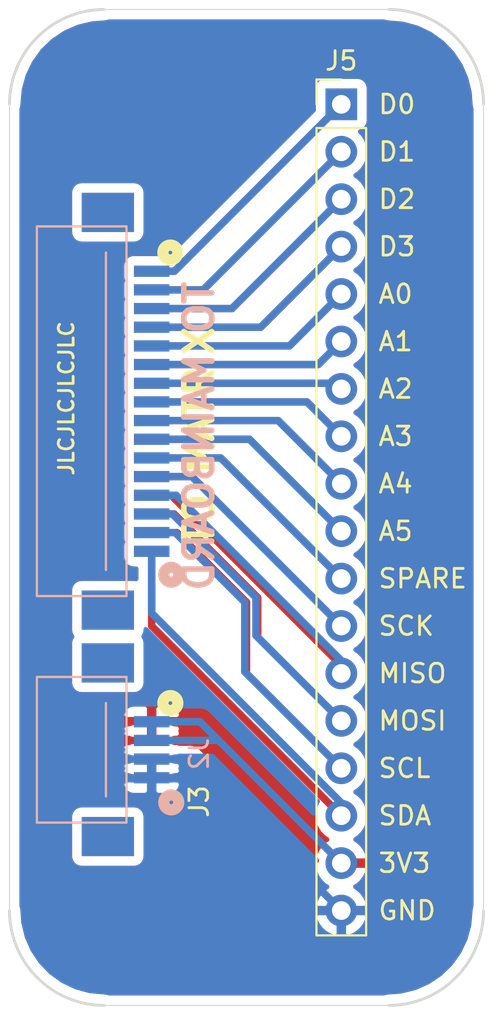
<source format=kicad_pcb>
(kicad_pcb (version 20171130) (host pcbnew "(5.1.6)-1")

  (general
    (thickness 1.6)
    (drawings 29)
    (tracks 92)
    (zones 0)
    (modules 3)
    (nets 19)
  )

  (page A4)
  (layers
    (0 F.Cu signal)
    (31 B.Cu signal)
    (32 B.Adhes user)
    (33 F.Adhes user)
    (34 B.Paste user)
    (35 F.Paste user)
    (36 B.SilkS user)
    (37 F.SilkS user)
    (38 B.Mask user)
    (39 F.Mask user)
    (40 Dwgs.User user)
    (41 Cmts.User user)
    (42 Eco1.User user)
    (43 Eco2.User user)
    (44 Edge.Cuts user)
    (45 Margin user)
    (46 B.CrtYd user)
    (47 F.CrtYd user)
    (48 B.Fab user)
    (49 F.Fab user)
  )

  (setup
    (last_trace_width 0.4)
    (user_trace_width 0.4)
    (trace_clearance 0.2)
    (zone_clearance 0.508)
    (zone_45_only no)
    (trace_min 0.2)
    (via_size 0.8)
    (via_drill 0.4)
    (via_min_size 0.4)
    (via_min_drill 0.3)
    (uvia_size 0.3)
    (uvia_drill 0.1)
    (uvias_allowed no)
    (uvia_min_size 0.2)
    (uvia_min_drill 0.1)
    (edge_width 0.05)
    (segment_width 0.2)
    (pcb_text_width 0.3)
    (pcb_text_size 1.5 1.5)
    (mod_edge_width 0.12)
    (mod_text_size 1 1)
    (mod_text_width 0.15)
    (pad_size 1.524 1.524)
    (pad_drill 0.762)
    (pad_to_mask_clearance 0.05)
    (aux_axis_origin 0 0)
    (grid_origin 74.168 109.728)
    (visible_elements 7FFFFFFF)
    (pcbplotparams
      (layerselection 0x010fc_ffffffff)
      (usegerberextensions false)
      (usegerberattributes true)
      (usegerberadvancedattributes true)
      (creategerberjobfile true)
      (excludeedgelayer true)
      (linewidth 0.100000)
      (plotframeref false)
      (viasonmask false)
      (mode 1)
      (useauxorigin false)
      (hpglpennumber 1)
      (hpglpenspeed 20)
      (hpglpendiameter 15.000000)
      (psnegative false)
      (psa4output false)
      (plotreference true)
      (plotvalue true)
      (plotinvisibletext false)
      (padsonsilk false)
      (subtractmaskfromsilk false)
      (outputformat 1)
      (mirror false)
      (drillshape 0)
      (scaleselection 1)
      (outputdirectory "export_breakout/"))
  )

  (net 0 "")
  (net 1 GND)
  (net 2 SCK)
  (net 3 MISO)
  (net 4 MOSI)
  (net 5 SCL)
  (net 6 SDA)
  (net 7 SPARE)
  (net 8 A5)
  (net 9 D1)
  (net 10 A1)
  (net 11 A0)
  (net 12 A2)
  (net 13 D3)
  (net 14 D0)
  (net 15 D2)
  (net 16 A3)
  (net 17 A4)
  (net 18 +3V3)

  (net_class Default "This is the default net class."
    (clearance 0.2)
    (trace_width 0.25)
    (via_dia 0.8)
    (via_drill 0.4)
    (uvia_dia 0.3)
    (uvia_drill 0.1)
    (add_net +3V3)
    (add_net A0)
    (add_net A1)
    (add_net A2)
    (add_net A3)
    (add_net A4)
    (add_net A5)
    (add_net D0)
    (add_net D1)
    (add_net D2)
    (add_net D3)
    (add_net GND)
    (add_net MISO)
    (add_net MOSI)
    (add_net SCK)
    (add_net SCL)
    (add_net SDA)
    (add_net SPARE)
  )

  (module Gigahawk:QUARTET_RECV_MATRIX (layer B.Cu) (tedit 5FF784B2) (tstamp 604291CD)
    (at 68.58 117.348 90)
    (path /5FF77C9D/5FF8174A)
    (fp_text reference J2 (at 1.27 2.54 90) (layer B.SilkS)
      (effects (font (size 1 1) (thickness 0.15)) (justify mirror))
    )
    (fp_text value QUARTET_RECV (at 7.62 5.08 90) (layer B.Fab)
      (effects (font (size 1 1) (thickness 0.15)) (justify mirror))
    )
    (fp_line (start -2.4 -6.15) (end -2.4 -1.35) (layer B.SilkS) (width 0.12))
    (fp_line (start 5.4 -1.35) (end 5.4 -6.15) (layer B.SilkS) (width 0.12))
    (fp_line (start 5.4 -6.15) (end -2.4 -6.15) (layer B.SilkS) (width 0.12))
    (fp_line (start 4 -2.45) (end -1 -2.45) (layer B.SilkS) (width 0.12))
    (fp_line (start 5.4 -1.35) (end -2.4 -1.35) (layer B.SilkS) (width 0.12))
    (fp_circle (center -1.318 1.048) (end -1.418 1.048) (layer B.SilkS) (width 0.6))
    (fp_line (start 9.73 -6.15) (end 9.73 -1.35) (layer B.SilkS) (width 0.12))
    (fp_line (start 28.13 -2.45) (end 11.13 -2.45) (layer B.SilkS) (width 0.12))
    (fp_line (start 29.53 -1.35) (end 9.73 -1.35) (layer B.SilkS) (width 0.12))
    (fp_line (start 29.53 -6.15) (end 9.73 -6.15) (layer B.SilkS) (width 0.12))
    (fp_circle (center 10.874 1.048) (end 10.774 1.048) (layer B.SilkS) (width 0.6))
    (fp_line (start 29.53 -1.35) (end 29.53 -6.15) (layer B.SilkS) (width 0.12))
    (pad 15 smd rect (at 13.13 0 270) (size 0.6 1.9) (layers B.Cu B.Paste B.Mask)
      (net 5 SCL))
    (pad 11 smd rect (at 17.13 0 270) (size 0.6 1.9) (layers B.Cu B.Paste B.Mask)
      (net 7 SPARE))
    (pad 10 smd rect (at 18.13 0 270) (size 0.6 1.9) (layers B.Cu B.Paste B.Mask)
      (net 8 A5))
    (pad 2 smd rect (at 26.13 0 270) (size 0.6 1.9) (layers B.Cu B.Paste B.Mask)
      (net 9 D1))
    (pad 14 smd rect (at 14.13 0 270) (size 0.6 1.9) (layers B.Cu B.Paste B.Mask)
      (net 4 MOSI))
    (pad 13 smd rect (at 15.13 0 270) (size 0.6 1.9) (layers B.Cu B.Paste B.Mask)
      (net 3 MISO))
    (pad MT1 smd rect (at 30.28 -2.35 270) (size 2.1 2.8) (layers B.Cu B.Paste B.Mask))
    (pad 6 smd rect (at 22.13 0 270) (size 0.6 1.9) (layers B.Cu B.Paste B.Mask)
      (net 10 A1))
    (pad MT2 smd rect (at 8.98 -2.35 270) (size 2.1 2.8) (layers B.Cu B.Paste B.Mask))
    (pad 5 smd rect (at 23.13 0 270) (size 0.6 1.9) (layers B.Cu B.Paste B.Mask)
      (net 11 A0))
    (pad 7 smd rect (at 21.13 0 270) (size 0.6 1.9) (layers B.Cu B.Paste B.Mask)
      (net 12 A2))
    (pad 4 smd rect (at 24.13 0 270) (size 0.6 1.9) (layers B.Cu B.Paste B.Mask)
      (net 13 D3))
    (pad 1 smd rect (at 27.13 0 270) (size 0.6 1.9) (layers B.Cu B.Paste B.Mask)
      (net 14 D0))
    (pad 16 smd rect (at 12.13 0 270) (size 0.6 1.9) (layers B.Cu B.Paste B.Mask)
      (net 6 SDA))
    (pad 12 smd rect (at 16.13 0 270) (size 0.6 1.9) (layers B.Cu B.Paste B.Mask)
      (net 2 SCK))
    (pad 3 smd rect (at 25.13 0 270) (size 0.6 1.9) (layers B.Cu B.Paste B.Mask)
      (net 15 D2))
    (pad 8 smd rect (at 20.13 0 270) (size 0.6 1.9) (layers B.Cu B.Paste B.Mask)
      (net 16 A3))
    (pad 9 smd rect (at 19.13 0 270) (size 0.6 1.9) (layers B.Cu B.Paste B.Mask)
      (net 17 A4))
    (pad 19 smd rect (at 1 0 270) (size 0.6 1.9) (layers B.Cu B.Paste B.Mask)
      (net 1 GND))
    (pad MT4 smd rect (at -3.15 -2.35 270) (size 2.1 2.8) (layers B.Cu B.Paste B.Mask))
    (pad 18 smd rect (at 2 0 270) (size 0.6 1.9) (layers B.Cu B.Paste B.Mask)
      (net 18 +3V3))
    (pad 20 smd rect (at 0 0 270) (size 0.6 1.9) (layers B.Cu B.Paste B.Mask)
      (net 1 GND))
    (pad MT3 smd rect (at 6.15 -2.35 270) (size 2.1 2.8) (layers B.Cu B.Paste B.Mask))
    (pad 17 smd rect (at 3 0 270) (size 0.6 1.9) (layers B.Cu B.Paste B.Mask)
      (net 18 +3V3))
    (model ${KIPRJMOD}/Gigahawk.pretty/Gigahawk.3dshapes/F519-1A7A1-11016-E200.STEP
      (offset (xyz 26.63 -6.124 0))
      (scale (xyz 1 1 1))
      (rotate (xyz 180 0 0))
    )
    (model ${KIPRJMOD}/Gigahawk.pretty/Gigahawk.3dshapes/F519-1A7A1-11004-E200.STEP
      (offset (xyz 14.5 -6.124 0))
      (scale (xyz 1 1 1))
      (rotate (xyz 180 0 0))
    )
  )

  (module Gigahawk:QUARTET_RECV_MAIN (layer F.Cu) (tedit 604205BE) (tstamp 5FF7FEB1)
    (at 68.58 117.348 270)
    (path /5FF77C4F/5FF794DA)
    (fp_text reference J3 (at 1.27 -2.54 90) (layer F.SilkS)
      (effects (font (size 1 1) (thickness 0.15)))
    )
    (fp_text value QUARTET_RECV (at 7.62 -5.08 90) (layer F.Fab)
      (effects (font (size 1 1) (thickness 0.15)))
    )
    (fp_line (start -29.53 1.35) (end -29.53 6.15) (layer F.SilkS) (width 0.12))
    (fp_circle (center -28.13 -1) (end -28.03 -1) (layer F.SilkS) (width 0.6))
    (fp_line (start -29.53 6.15) (end -9.73 6.15) (layer F.SilkS) (width 0.12))
    (fp_line (start -29.53 1.35) (end -9.73 1.35) (layer F.SilkS) (width 0.12))
    (fp_line (start -28.13 2.45) (end -11.13 2.45) (layer F.SilkS) (width 0.12))
    (fp_line (start -9.73 6.15) (end -9.73 1.35) (layer F.SilkS) (width 0.12))
    (fp_circle (center -4 -1) (end -3.9 -1) (layer F.SilkS) (width 0.6))
    (fp_line (start -5.4 1.35) (end 2.4 1.35) (layer F.SilkS) (width 0.12))
    (fp_line (start -4 2.45) (end 1 2.45) (layer F.SilkS) (width 0.12))
    (fp_line (start -5.4 6.15) (end 2.4 6.15) (layer F.SilkS) (width 0.12))
    (fp_line (start -5.4 1.35) (end -5.4 6.15) (layer F.SilkS) (width 0.12))
    (fp_line (start 2.4 6.15) (end 2.4 1.35) (layer F.SilkS) (width 0.12))
    (pad 17 smd rect (at -3 0 270) (size 0.6 1.9) (layers F.Cu F.Paste F.Mask)
      (net 18 +3V3))
    (pad MT3 smd rect (at -6.15 2.35 270) (size 2.1 2.8) (layers F.Cu F.Paste F.Mask))
    (pad 20 smd rect (at 0 0 270) (size 0.6 1.9) (layers F.Cu F.Paste F.Mask)
      (net 1 GND))
    (pad 18 smd rect (at -2 0 270) (size 0.6 1.9) (layers F.Cu F.Paste F.Mask)
      (net 18 +3V3))
    (pad MT4 smd rect (at 3.15 2.35 270) (size 2.1 2.8) (layers F.Cu F.Paste F.Mask))
    (pad 19 smd rect (at -1 0 270) (size 0.6 1.9) (layers F.Cu F.Paste F.Mask)
      (net 1 GND))
    (pad 9 smd rect (at -19.13 0 270) (size 0.6 1.9) (layers F.Cu F.Paste F.Mask)
      (net 17 A4))
    (pad 8 smd rect (at -20.13 0 270) (size 0.6 1.9) (layers F.Cu F.Paste F.Mask)
      (net 16 A3))
    (pad 3 smd rect (at -25.13 0 270) (size 0.6 1.9) (layers F.Cu F.Paste F.Mask)
      (net 15 D2))
    (pad 12 smd rect (at -16.13 0 270) (size 0.6 1.9) (layers F.Cu F.Paste F.Mask)
      (net 2 SCK))
    (pad 16 smd rect (at -12.13 0 270) (size 0.6 1.9) (layers F.Cu F.Paste F.Mask)
      (net 6 SDA))
    (pad 1 smd rect (at -27.13 0 270) (size 0.6 1.9) (layers F.Cu F.Paste F.Mask)
      (net 14 D0))
    (pad 4 smd rect (at -24.13 0 270) (size 0.6 1.9) (layers F.Cu F.Paste F.Mask)
      (net 13 D3))
    (pad 7 smd rect (at -21.13 0 270) (size 0.6 1.9) (layers F.Cu F.Paste F.Mask)
      (net 12 A2))
    (pad 5 smd rect (at -23.13 0 270) (size 0.6 1.9) (layers F.Cu F.Paste F.Mask)
      (net 11 A0))
    (pad MT2 smd rect (at -8.98 2.35 270) (size 2.1 2.8) (layers F.Cu F.Paste F.Mask))
    (pad 6 smd rect (at -22.13 0 270) (size 0.6 1.9) (layers F.Cu F.Paste F.Mask)
      (net 10 A1))
    (pad MT1 smd rect (at -30.28 2.35 270) (size 2.1 2.8) (layers F.Cu F.Paste F.Mask))
    (pad 13 smd rect (at -15.13 0 270) (size 0.6 1.9) (layers F.Cu F.Paste F.Mask)
      (net 3 MISO))
    (pad 14 smd rect (at -14.13 0 270) (size 0.6 1.9) (layers F.Cu F.Paste F.Mask)
      (net 4 MOSI))
    (pad 2 smd rect (at -26.13 0 270) (size 0.6 1.9) (layers F.Cu F.Paste F.Mask)
      (net 9 D1))
    (pad 10 smd rect (at -18.13 0 270) (size 0.6 1.9) (layers F.Cu F.Paste F.Mask)
      (net 8 A5))
    (pad 11 smd rect (at -17.13 0 270) (size 0.6 1.9) (layers F.Cu F.Paste F.Mask)
      (net 7 SPARE))
    (pad 15 smd rect (at -13.13 0 270) (size 0.6 1.9) (layers F.Cu F.Paste F.Mask)
      (net 5 SCL))
    (model ${KIPRJMOD}/Gigahawk.pretty/Gigahawk.3dshapes/F519-1A7A1-11016-E200.STEP
      (offset (xyz -12.63 -6.124 0))
      (scale (xyz 1 1 1))
      (rotate (xyz 180 0 0))
    )
    (model ${KIPRJMOD}/Gigahawk.pretty/Gigahawk.3dshapes/F519-1A7A1-11004-E200.STEP
      (offset (xyz 11.5 -6.124 0))
      (scale (xyz 1 1 1))
      (rotate (xyz 180 0 0))
    )
  )

  (module Connector_PinHeader_2.54mm:PinHeader_1x18_P2.54mm_Vertical (layer F.Cu) (tedit 59FED5CC) (tstamp 5FF7FC3F)
    (at 78.74 81.28)
    (descr "Through hole straight pin header, 1x18, 2.54mm pitch, single row")
    (tags "Through hole pin header THT 1x18 2.54mm single row")
    (path /5FF79B4E)
    (fp_text reference J5 (at 0 -2.33) (layer F.SilkS)
      (effects (font (size 1 1) (thickness 0.15)))
    )
    (fp_text value Conn_01x18 (at 0 45.51) (layer F.Fab)
      (effects (font (size 1 1) (thickness 0.15)))
    )
    (fp_line (start 1.8 -1.8) (end -1.8 -1.8) (layer F.CrtYd) (width 0.05))
    (fp_line (start 1.8 44.95) (end 1.8 -1.8) (layer F.CrtYd) (width 0.05))
    (fp_line (start -1.8 44.95) (end 1.8 44.95) (layer F.CrtYd) (width 0.05))
    (fp_line (start -1.8 -1.8) (end -1.8 44.95) (layer F.CrtYd) (width 0.05))
    (fp_line (start -1.33 -1.33) (end 0 -1.33) (layer F.SilkS) (width 0.12))
    (fp_line (start -1.33 0) (end -1.33 -1.33) (layer F.SilkS) (width 0.12))
    (fp_line (start -1.33 1.27) (end 1.33 1.27) (layer F.SilkS) (width 0.12))
    (fp_line (start 1.33 1.27) (end 1.33 44.51) (layer F.SilkS) (width 0.12))
    (fp_line (start -1.33 1.27) (end -1.33 44.51) (layer F.SilkS) (width 0.12))
    (fp_line (start -1.33 44.51) (end 1.33 44.51) (layer F.SilkS) (width 0.12))
    (fp_line (start -1.27 -0.635) (end -0.635 -1.27) (layer F.Fab) (width 0.1))
    (fp_line (start -1.27 44.45) (end -1.27 -0.635) (layer F.Fab) (width 0.1))
    (fp_line (start 1.27 44.45) (end -1.27 44.45) (layer F.Fab) (width 0.1))
    (fp_line (start 1.27 -1.27) (end 1.27 44.45) (layer F.Fab) (width 0.1))
    (fp_line (start -0.635 -1.27) (end 1.27 -1.27) (layer F.Fab) (width 0.1))
    (fp_text user %R (at 0 21.59 90) (layer F.Fab)
      (effects (font (size 1 1) (thickness 0.15)))
    )
    (pad 18 thru_hole oval (at 0 43.18) (size 1.7 1.7) (drill 1) (layers *.Cu *.Mask)
      (net 1 GND))
    (pad 17 thru_hole oval (at 0 40.64) (size 1.7 1.7) (drill 1) (layers *.Cu *.Mask)
      (net 18 +3V3))
    (pad 16 thru_hole oval (at 0 38.1) (size 1.7 1.7) (drill 1) (layers *.Cu *.Mask)
      (net 6 SDA))
    (pad 15 thru_hole oval (at 0 35.56) (size 1.7 1.7) (drill 1) (layers *.Cu *.Mask)
      (net 5 SCL))
    (pad 14 thru_hole oval (at 0 33.02) (size 1.7 1.7) (drill 1) (layers *.Cu *.Mask)
      (net 4 MOSI))
    (pad 13 thru_hole oval (at 0 30.48) (size 1.7 1.7) (drill 1) (layers *.Cu *.Mask)
      (net 3 MISO))
    (pad 12 thru_hole oval (at 0 27.94) (size 1.7 1.7) (drill 1) (layers *.Cu *.Mask)
      (net 2 SCK))
    (pad 11 thru_hole oval (at 0 25.4) (size 1.7 1.7) (drill 1) (layers *.Cu *.Mask)
      (net 7 SPARE))
    (pad 10 thru_hole oval (at 0 22.86) (size 1.7 1.7) (drill 1) (layers *.Cu *.Mask)
      (net 8 A5))
    (pad 9 thru_hole oval (at 0 20.32) (size 1.7 1.7) (drill 1) (layers *.Cu *.Mask)
      (net 17 A4))
    (pad 8 thru_hole oval (at 0 17.78) (size 1.7 1.7) (drill 1) (layers *.Cu *.Mask)
      (net 16 A3))
    (pad 7 thru_hole oval (at 0 15.24) (size 1.7 1.7) (drill 1) (layers *.Cu *.Mask)
      (net 12 A2))
    (pad 6 thru_hole oval (at 0 12.7) (size 1.7 1.7) (drill 1) (layers *.Cu *.Mask)
      (net 10 A1))
    (pad 5 thru_hole oval (at 0 10.16) (size 1.7 1.7) (drill 1) (layers *.Cu *.Mask)
      (net 11 A0))
    (pad 4 thru_hole oval (at 0 7.62) (size 1.7 1.7) (drill 1) (layers *.Cu *.Mask)
      (net 13 D3))
    (pad 3 thru_hole oval (at 0 5.08) (size 1.7 1.7) (drill 1) (layers *.Cu *.Mask)
      (net 15 D2))
    (pad 2 thru_hole oval (at 0 2.54) (size 1.7 1.7) (drill 1) (layers *.Cu *.Mask)
      (net 9 D1))
    (pad 1 thru_hole rect (at 0 0) (size 1.7 1.7) (drill 1) (layers *.Cu *.Mask)
      (net 14 D0))
    (model ${KISYS3DMOD}/Connector_PinHeader_2.54mm.3dshapes/PinHeader_1x18_P2.54mm_Vertical.wrl
      (at (xyz 0 0 0))
      (scale (xyz 1 1 1))
      (rotate (xyz 0 0 0))
    )
  )

  (gr_text JLCJLCJLCJLC (at 64.008 97.028 90) (layer F.SilkS)
    (effects (font (size 0.8 0.8) (thickness 0.15)))
  )
  (gr_line (start 60.96 81.28) (end 60.96 124.46) (layer Edge.Cuts) (width 0.05) (tstamp 5FF801B9))
  (gr_line (start 81.28 76.2) (end 66.04 76.2) (layer Edge.Cuts) (width 0.05) (tstamp 5FF80195))
  (gr_line (start 86.36 124.46) (end 86.36 81.28) (layer Edge.Cuts) (width 0.05) (tstamp 5FF80194))
  (gr_line (start 66.04 129.54) (end 81.28 129.54) (layer Edge.Cuts) (width 0.05) (tstamp 5FF80193))
  (gr_arc (start 66.04 81.28) (end 66.04 76.2) (angle -90) (layer Edge.Cuts) (width 0.15))
  (gr_arc (start 66.04 124.46) (end 60.96 124.46) (angle -90) (layer Edge.Cuts) (width 0.15))
  (gr_arc (start 81.28 124.46) (end 81.28 129.54) (angle -90) (layer Edge.Cuts) (width 0.15))
  (gr_arc (start 81.28 81.28) (end 86.36 81.28) (angle -90) (layer Edge.Cuts) (width 0.15))
  (gr_text "TO MAINBOARD" (at 71.12 99.06 90) (layer B.SilkS) (tstamp 5FF80135)
    (effects (font (size 1.5 1.5) (thickness 0.3)) (justify mirror))
  )
  (gr_text "TO MATRIX" (at 71.12 99.06 90) (layer F.SilkS)
    (effects (font (size 1.5 1.5) (thickness 0.3)))
  )
  (gr_text 3V3 (at 80.645 121.92) (layer F.SilkS) (tstamp 5FF78198)
    (effects (font (size 1 1) (thickness 0.15)) (justify left))
  )
  (gr_text GND (at 80.645 124.46) (layer F.SilkS) (tstamp 5FF78191)
    (effects (font (size 1 1) (thickness 0.15)) (justify left))
  )
  (gr_text D0 (at 80.645 81.28) (layer F.SilkS) (tstamp 5FF7818E)
    (effects (font (size 1 1) (thickness 0.15)) (justify left))
  )
  (gr_text D1 (at 80.645 83.82) (layer F.SilkS) (tstamp 5FF7818B)
    (effects (font (size 1 1) (thickness 0.15)) (justify left))
  )
  (gr_text D2 (at 80.645 86.36) (layer F.SilkS) (tstamp 5FF78188)
    (effects (font (size 1 1) (thickness 0.15)) (justify left))
  )
  (gr_text D3 (at 80.645 88.9) (layer F.SilkS) (tstamp 5FF78184)
    (effects (font (size 1 1) (thickness 0.15)) (justify left))
  )
  (gr_text A0 (at 80.645 91.44) (layer F.SilkS) (tstamp 5FF78181)
    (effects (font (size 1 1) (thickness 0.15)) (justify left))
  )
  (gr_text A1 (at 80.645 93.98) (layer F.SilkS) (tstamp 5FF7817E)
    (effects (font (size 1 1) (thickness 0.15)) (justify left))
  )
  (gr_text A2 (at 80.645 96.52) (layer F.SilkS) (tstamp 5FF7817B)
    (effects (font (size 1 1) (thickness 0.15)) (justify left))
  )
  (gr_text A3 (at 80.645 99.06) (layer F.SilkS) (tstamp 5FF78178)
    (effects (font (size 1 1) (thickness 0.15)) (justify left))
  )
  (gr_text A4 (at 80.645 101.6) (layer F.SilkS) (tstamp 5FF78175)
    (effects (font (size 1 1) (thickness 0.15)) (justify left))
  )
  (gr_text A5 (at 80.645 104.14) (layer F.SilkS) (tstamp 5FF78172)
    (effects (font (size 1 1) (thickness 0.15)) (justify left))
  )
  (gr_text SPARE (at 80.645 106.68) (layer F.SilkS) (tstamp 5FF7816F)
    (effects (font (size 1 1) (thickness 0.15)) (justify left))
  )
  (gr_text SCK (at 80.645 109.22) (layer F.SilkS) (tstamp 5FF7816C)
    (effects (font (size 1 1) (thickness 0.15)) (justify left))
  )
  (gr_text MISO (at 80.645 111.76) (layer F.SilkS) (tstamp 5FF78165)
    (effects (font (size 1 1) (thickness 0.15)) (justify left))
  )
  (gr_text MOSI (at 80.645 114.3) (layer F.SilkS) (tstamp 5FF78162)
    (effects (font (size 1 1) (thickness 0.15)) (justify left))
  )
  (gr_text SCL (at 80.645 116.84) (layer F.SilkS) (tstamp 5FF7815F)
    (effects (font (size 1 1) (thickness 0.15)) (justify left))
  )
  (gr_text SDA (at 80.645 119.38) (layer F.SilkS)
    (effects (font (size 1 1) (thickness 0.15)) (justify left))
  )

  (segment (start 68.58 116.348) (end 68.58 117.348) (width 0.4) (layer F.Cu) (net 1))
  (segment (start 71.628 117.348) (end 78.74 124.46) (width 0.4) (layer F.Cu) (net 1))
  (segment (start 68.58 117.348) (end 71.628 117.348) (width 0.4) (layer F.Cu) (net 1))
  (segment (start 78.74 124.46) (end 71.628 117.348) (width 0.4) (layer B.Cu) (net 1))
  (segment (start 71.628 117.348) (end 68.58 117.348) (width 0.4) (layer B.Cu) (net 1))
  (segment (start 68.58 117.348) (end 68.58 116.348) (width 0.4) (layer B.Cu) (net 1))
  (segment (start 70.628 116.348) (end 71.628 117.348) (width 0.4) (layer F.Cu) (net 1))
  (segment (start 68.58 116.348) (end 70.628 116.348) (width 0.4) (layer F.Cu) (net 1))
  (segment (start 70.738 101.218) (end 78.74 109.22) (width 0.4) (layer F.Cu) (net 2))
  (segment (start 68.58 101.218) (end 70.738 101.218) (width 0.4) (layer F.Cu) (net 2))
  (segment (start 70.738 101.218) (end 68.58 101.218) (width 0.4) (layer B.Cu) (net 2))
  (segment (start 78.74 109.22) (end 70.738 101.218) (width 0.4) (layer B.Cu) (net 2))
  (segment (start 78.74 111.76) (end 78.74 111.407998) (width 0.4) (layer F.Cu) (net 3))
  (segment (start 69.627084 102.218) (end 68.58 102.218) (width 0.4) (layer F.Cu) (net 3))
  (segment (start 78.74 111.330916) (end 69.627084 102.218) (width 0.4) (layer F.Cu) (net 3))
  (segment (start 78.74 111.76) (end 78.74 111.330916) (width 0.4) (layer F.Cu) (net 3))
  (segment (start 78.74 111.070002) (end 78.74 111.76) (width 0.4) (layer B.Cu) (net 3))
  (segment (start 69.887998 102.218) (end 78.74 111.070002) (width 0.4) (layer B.Cu) (net 3))
  (segment (start 68.58 102.218) (end 69.887998 102.218) (width 0.4) (layer B.Cu) (net 3))
  (segment (start 74.26001 107.699468) (end 69.778542 103.218) (width 0.4) (layer F.Cu) (net 4))
  (segment (start 69.778542 103.218) (end 68.58 103.218) (width 0.4) (layer F.Cu) (net 4))
  (segment (start 74.260009 109.820009) (end 74.26001 107.699468) (width 0.4) (layer F.Cu) (net 4))
  (segment (start 78.74 114.3) (end 74.260009 109.820009) (width 0.4) (layer F.Cu) (net 4))
  (segment (start 78.74 114.3) (end 74.168 109.728) (width 0.4) (layer B.Cu) (net 4))
  (segment (start 74.168 107.696) (end 69.69 103.218) (width 0.4) (layer B.Cu) (net 4))
  (segment (start 69.69 103.218) (end 68.58 103.218) (width 0.4) (layer B.Cu) (net 4))
  (segment (start 74.168 109.728) (end 74.168 107.696) (width 0.4) (layer B.Cu) (net 4))
  (segment (start 69.93 104.218) (end 73.66 107.948) (width 0.4) (layer F.Cu) (net 5))
  (segment (start 68.58 104.218) (end 69.93 104.218) (width 0.4) (layer F.Cu) (net 5))
  (segment (start 73.66 111.76) (end 78.74 116.84) (width 0.4) (layer F.Cu) (net 5))
  (segment (start 73.66 107.948) (end 73.66 111.76) (width 0.4) (layer F.Cu) (net 5))
  (segment (start 78.74 116.84) (end 73.56799 111.66799) (width 0.4) (layer B.Cu) (net 5))
  (segment (start 73.56799 111.66799) (end 73.56799 107.944532) (width 0.4) (layer B.Cu) (net 5))
  (segment (start 69.841458 104.218) (end 68.58 104.218) (width 0.4) (layer B.Cu) (net 5))
  (segment (start 73.56799 107.944532) (end 69.841458 104.218) (width 0.4) (layer B.Cu) (net 5))
  (segment (start 68.58 109.22) (end 68.58 105.218) (width 0.4) (layer F.Cu) (net 6))
  (segment (start 78.74 119.38) (end 68.58 109.22) (width 0.4) (layer F.Cu) (net 6))
  (segment (start 78.74 118.690002) (end 78.74 119.38) (width 0.4) (layer B.Cu) (net 6))
  (segment (start 68.58 108.530002) (end 78.74 118.690002) (width 0.4) (layer B.Cu) (net 6))
  (segment (start 68.58 105.218) (end 68.58 108.530002) (width 0.4) (layer B.Cu) (net 6))
  (segment (start 72.278 100.218) (end 68.58 100.218) (width 0.4) (layer F.Cu) (net 7))
  (segment (start 78.74 106.68) (end 72.278 100.218) (width 0.4) (layer F.Cu) (net 7))
  (segment (start 72.278 100.218) (end 68.58 100.218) (width 0.4) (layer B.Cu) (net 7))
  (segment (start 78.74 106.68) (end 72.278 100.218) (width 0.4) (layer B.Cu) (net 7))
  (segment (start 73.818 99.218) (end 68.58 99.218) (width 0.4) (layer F.Cu) (net 8))
  (segment (start 78.74 104.14) (end 73.818 99.218) (width 0.4) (layer F.Cu) (net 8))
  (segment (start 73.818 99.218) (end 68.58 99.218) (width 0.4) (layer B.Cu) (net 8))
  (segment (start 78.74 104.14) (end 73.818 99.218) (width 0.4) (layer B.Cu) (net 8))
  (segment (start 71.342 91.218) (end 68.58 91.218) (width 0.4) (layer F.Cu) (net 9))
  (segment (start 78.74 83.82) (end 71.342 91.218) (width 0.4) (layer F.Cu) (net 9))
  (segment (start 71.342 91.218) (end 68.58 91.218) (width 0.4) (layer B.Cu) (net 9))
  (segment (start 78.74 83.82) (end 71.342 91.218) (width 0.4) (layer B.Cu) (net 9))
  (segment (start 77.502 95.218) (end 68.58 95.218) (width 0.4) (layer F.Cu) (net 10))
  (segment (start 78.74 93.98) (end 77.502 95.218) (width 0.4) (layer F.Cu) (net 10))
  (segment (start 77.502 95.218) (end 68.58 95.218) (width 0.4) (layer B.Cu) (net 10))
  (segment (start 78.74 93.98) (end 77.502 95.218) (width 0.4) (layer B.Cu) (net 10))
  (segment (start 75.962 94.218) (end 68.58 94.218) (width 0.4) (layer F.Cu) (net 11))
  (segment (start 78.74 91.44) (end 75.962 94.218) (width 0.4) (layer F.Cu) (net 11))
  (segment (start 75.962 94.218) (end 68.58 94.218) (width 0.4) (layer B.Cu) (net 11))
  (segment (start 78.74 91.44) (end 75.962 94.218) (width 0.4) (layer B.Cu) (net 11))
  (segment (start 78.438 96.218) (end 68.58 96.218) (width 0.4) (layer F.Cu) (net 12))
  (segment (start 78.74 96.52) (end 78.438 96.218) (width 0.4) (layer F.Cu) (net 12))
  (segment (start 78.438 96.218) (end 68.58 96.218) (width 0.4) (layer B.Cu) (net 12))
  (segment (start 78.74 96.52) (end 78.438 96.218) (width 0.4) (layer B.Cu) (net 12))
  (segment (start 74.422 93.218) (end 68.58 93.218) (width 0.4) (layer F.Cu) (net 13))
  (segment (start 78.74 88.9) (end 74.422 93.218) (width 0.4) (layer F.Cu) (net 13))
  (segment (start 74.422 93.218) (end 68.58 93.218) (width 0.4) (layer B.Cu) (net 13))
  (segment (start 78.74 88.9) (end 74.422 93.218) (width 0.4) (layer B.Cu) (net 13))
  (segment (start 69.802 90.218) (end 78.74 81.28) (width 0.4) (layer F.Cu) (net 14))
  (segment (start 68.58 90.218) (end 69.802 90.218) (width 0.4) (layer F.Cu) (net 14))
  (segment (start 69.802 90.218) (end 78.74 81.28) (width 0.4) (layer B.Cu) (net 14))
  (segment (start 68.58 90.218) (end 69.802 90.218) (width 0.4) (layer B.Cu) (net 14))
  (segment (start 72.882 92.218) (end 68.58 92.218) (width 0.4) (layer F.Cu) (net 15))
  (segment (start 78.74 86.36) (end 72.882 92.218) (width 0.4) (layer F.Cu) (net 15))
  (segment (start 72.882 92.218) (end 68.58 92.218) (width 0.4) (layer B.Cu) (net 15))
  (segment (start 78.74 86.36) (end 72.882 92.218) (width 0.4) (layer B.Cu) (net 15))
  (segment (start 76.898 97.218) (end 68.58 97.218) (width 0.4) (layer F.Cu) (net 16))
  (segment (start 78.74 99.06) (end 76.898 97.218) (width 0.4) (layer F.Cu) (net 16))
  (segment (start 76.898 97.218) (end 68.58 97.218) (width 0.4) (layer B.Cu) (net 16))
  (segment (start 78.74 99.06) (end 76.898 97.218) (width 0.4) (layer B.Cu) (net 16))
  (segment (start 75.358 98.218) (end 68.58 98.218) (width 0.4) (layer F.Cu) (net 17))
  (segment (start 78.74 101.6) (end 75.358 98.218) (width 0.4) (layer F.Cu) (net 17))
  (segment (start 75.358 98.218) (end 68.58 98.218) (width 0.4) (layer B.Cu) (net 17))
  (segment (start 78.74 101.6) (end 75.358 98.218) (width 0.4) (layer B.Cu) (net 17))
  (segment (start 72.168 115.348) (end 68.58 115.348) (width 0.4) (layer F.Cu) (net 18))
  (segment (start 78.74 121.92) (end 72.168 115.348) (width 0.4) (layer F.Cu) (net 18))
  (segment (start 78.74 121.92) (end 72.136 115.316) (width 0.4) (layer B.Cu) (net 18))
  (segment (start 72.104 115.348) (end 68.58 115.348) (width 0.4) (layer B.Cu) (net 18))
  (segment (start 72.136 115.316) (end 72.104 115.348) (width 0.4) (layer B.Cu) (net 18))
  (segment (start 68.58 114.348) (end 68.58 115.348) (width 0.4) (layer B.Cu) (net 18))
  (segment (start 71.168 114.348) (end 72.136 115.316) (width 0.4) (layer B.Cu) (net 18))
  (segment (start 68.58 114.348) (end 71.168 114.348) (width 0.4) (layer B.Cu) (net 18))

  (zone (net 18) (net_name +3V3) (layer F.Cu) (tstamp 606576BC) (hatch edge 0.508)
    (connect_pads (clearance 0.508))
    (min_thickness 0.254)
    (fill yes (arc_segments 32) (thermal_gap 0.508) (thermal_bridge_width 0.508))
    (polygon
      (pts
        (xy 86.868 130.048) (xy 60.452 130.048) (xy 60.452 75.692) (xy 86.868 75.692)
      )
    )
    (filled_polygon
      (pts
        (xy 81.136022 76.895249) (xy 81.216885 76.907189) (xy 82.053358 76.981842) (xy 82.802277 77.186723) (xy 83.503072 77.520986)
        (xy 84.133605 77.974069) (xy 84.673934 78.531645) (xy 85.106989 79.176099) (xy 85.419073 79.887044) (xy 85.60164 80.647493)
        (xy 85.651907 81.331999) (xy 85.672306 81.45657) (xy 85.700001 81.534777) (xy 85.7 124.199272) (xy 85.664751 124.316021)
        (xy 85.652811 124.396885) (xy 85.578158 125.233359) (xy 85.373277 125.982277) (xy 85.039013 126.683075) (xy 84.585931 127.313605)
        (xy 84.028354 127.853935) (xy 83.383901 128.286989) (xy 82.672956 128.599073) (xy 81.912506 128.78164) (xy 81.228 128.831907)
        (xy 81.10343 128.852306) (xy 81.025225 128.88) (xy 66.300728 128.88) (xy 66.183979 128.844751) (xy 66.103115 128.832811)
        (xy 65.266641 128.758158) (xy 64.517723 128.553277) (xy 63.816925 128.219013) (xy 63.186395 127.765931) (xy 62.646065 127.208354)
        (xy 62.213011 126.563901) (xy 61.900927 125.852956) (xy 61.71836 125.092506) (xy 61.668093 124.408) (xy 61.647694 124.28343)
        (xy 61.62 124.205225) (xy 61.62 119.448) (xy 64.191928 119.448) (xy 64.191928 121.548) (xy 64.204188 121.672482)
        (xy 64.240498 121.79218) (xy 64.299463 121.902494) (xy 64.378815 121.999185) (xy 64.475506 122.078537) (xy 64.58582 122.137502)
        (xy 64.705518 122.173812) (xy 64.83 122.186072) (xy 67.63 122.186072) (xy 67.754482 122.173812) (xy 67.87418 122.137502)
        (xy 67.984494 122.078537) (xy 68.081185 121.999185) (xy 68.160537 121.902494) (xy 68.219502 121.79218) (xy 68.255812 121.672482)
        (xy 68.268072 121.548) (xy 68.268072 119.448) (xy 68.255812 119.323518) (xy 68.219502 119.20382) (xy 68.160537 119.093506)
        (xy 68.081185 118.996815) (xy 67.984494 118.917463) (xy 67.87418 118.858498) (xy 67.754482 118.822188) (xy 67.63 118.809928)
        (xy 64.83 118.809928) (xy 64.705518 118.822188) (xy 64.58582 118.858498) (xy 64.475506 118.917463) (xy 64.378815 118.996815)
        (xy 64.299463 119.093506) (xy 64.240498 119.20382) (xy 64.204188 119.323518) (xy 64.191928 119.448) (xy 61.62 119.448)
        (xy 61.62 114.648) (xy 66.991928 114.648) (xy 67.004188 114.772482) (xy 67.027096 114.848) (xy 67.004188 114.923518)
        (xy 66.991928 115.048) (xy 66.995 115.06225) (xy 67.15375 115.221) (xy 67.354947 115.221) (xy 67.38582 115.237502)
        (xy 67.505518 115.273812) (xy 67.63 115.286072) (xy 68.29425 115.283) (xy 68.35625 115.221) (xy 68.453 115.221)
        (xy 68.453 114.475) (xy 68.707 114.475) (xy 68.707 115.221) (xy 68.80375 115.221) (xy 68.86575 115.283)
        (xy 69.53 115.286072) (xy 69.654482 115.273812) (xy 69.77418 115.237502) (xy 69.805053 115.221) (xy 70.00625 115.221)
        (xy 70.165 115.06225) (xy 70.168072 115.048) (xy 70.155812 114.923518) (xy 70.132904 114.848) (xy 70.155812 114.772482)
        (xy 70.168072 114.648) (xy 70.165 114.63375) (xy 70.00625 114.475) (xy 69.805053 114.475) (xy 69.77418 114.458498)
        (xy 69.654482 114.422188) (xy 69.53 114.409928) (xy 68.86575 114.413) (xy 68.80375 114.475) (xy 68.707 114.475)
        (xy 68.453 114.475) (xy 68.35625 114.475) (xy 68.29425 114.413) (xy 67.63 114.409928) (xy 67.505518 114.422188)
        (xy 67.38582 114.458498) (xy 67.354947 114.475) (xy 67.15375 114.475) (xy 66.995 114.63375) (xy 66.991928 114.648)
        (xy 61.62 114.648) (xy 61.62 114.048) (xy 66.991928 114.048) (xy 66.995 114.06225) (xy 67.15375 114.221)
        (xy 68.453 114.221) (xy 68.453 113.57175) (xy 68.707 113.57175) (xy 68.707 114.221) (xy 70.00625 114.221)
        (xy 70.165 114.06225) (xy 70.168072 114.048) (xy 70.155812 113.923518) (xy 70.119502 113.80382) (xy 70.060537 113.693506)
        (xy 69.981185 113.596815) (xy 69.884494 113.517463) (xy 69.77418 113.458498) (xy 69.654482 113.422188) (xy 69.53 113.409928)
        (xy 68.86575 113.413) (xy 68.707 113.57175) (xy 68.453 113.57175) (xy 68.29425 113.413) (xy 67.63 113.409928)
        (xy 67.505518 113.422188) (xy 67.38582 113.458498) (xy 67.275506 113.517463) (xy 67.178815 113.596815) (xy 67.099463 113.693506)
        (xy 67.040498 113.80382) (xy 67.004188 113.923518) (xy 66.991928 114.048) (xy 61.62 114.048) (xy 61.62 107.318)
        (xy 64.191928 107.318) (xy 64.191928 109.418) (xy 64.204188 109.542482) (xy 64.240498 109.66218) (xy 64.299463 109.772494)
        (xy 64.308085 109.783) (xy 64.299463 109.793506) (xy 64.240498 109.90382) (xy 64.204188 110.023518) (xy 64.191928 110.148)
        (xy 64.191928 112.248) (xy 64.204188 112.372482) (xy 64.240498 112.49218) (xy 64.299463 112.602494) (xy 64.378815 112.699185)
        (xy 64.475506 112.778537) (xy 64.58582 112.837502) (xy 64.705518 112.873812) (xy 64.83 112.886072) (xy 67.63 112.886072)
        (xy 67.754482 112.873812) (xy 67.87418 112.837502) (xy 67.984494 112.778537) (xy 68.081185 112.699185) (xy 68.160537 112.602494)
        (xy 68.219502 112.49218) (xy 68.255812 112.372482) (xy 68.268072 112.248) (xy 68.268072 110.148) (xy 68.26162 110.082487)
        (xy 77.281193 119.102062) (xy 77.255 119.23374) (xy 77.255 119.52626) (xy 77.312068 119.813158) (xy 77.42401 120.083411)
        (xy 77.586525 120.326632) (xy 77.793368 120.533475) (xy 77.975534 120.655195) (xy 77.858645 120.724822) (xy 77.642412 120.919731)
        (xy 77.468359 121.15308) (xy 77.343175 121.415901) (xy 77.298524 121.56311) (xy 77.419844 121.792998) (xy 77.255 121.792998)
        (xy 77.255 121.794132) (xy 72.247446 116.786579) (xy 72.221291 116.754709) (xy 72.189431 116.728562) (xy 71.247445 115.786578)
        (xy 71.221291 115.754709) (xy 71.094146 115.650364) (xy 70.949087 115.572828) (xy 70.791689 115.525082) (xy 70.669019 115.513)
        (xy 70.669018 115.513) (xy 70.628 115.50896) (xy 70.586982 115.513) (xy 70.04425 115.513) (xy 70.00625 115.475)
        (xy 69.805053 115.475) (xy 69.77418 115.458498) (xy 69.654482 115.422188) (xy 69.53 115.409928) (xy 67.63 115.409928)
        (xy 67.505518 115.422188) (xy 67.38582 115.458498) (xy 67.354947 115.475) (xy 67.15375 115.475) (xy 66.995 115.63375)
        (xy 66.991928 115.648) (xy 67.004188 115.772482) (xy 67.027096 115.848) (xy 67.004188 115.923518) (xy 66.991928 116.048)
        (xy 66.991928 116.648) (xy 67.004188 116.772482) (xy 67.027096 116.848) (xy 67.004188 116.923518) (xy 66.991928 117.048)
        (xy 66.991928 117.648) (xy 67.004188 117.772482) (xy 67.040498 117.89218) (xy 67.099463 118.002494) (xy 67.178815 118.099185)
        (xy 67.275506 118.178537) (xy 67.38582 118.237502) (xy 67.505518 118.273812) (xy 67.63 118.286072) (xy 69.53 118.286072)
        (xy 69.654482 118.273812) (xy 69.77418 118.237502) (xy 69.876144 118.183) (xy 71.282133 118.183) (xy 77.281193 124.182061)
        (xy 77.255 124.31374) (xy 77.255 124.60626) (xy 77.312068 124.893158) (xy 77.42401 125.163411) (xy 77.586525 125.406632)
        (xy 77.793368 125.613475) (xy 78.036589 125.77599) (xy 78.306842 125.887932) (xy 78.59374 125.945) (xy 78.88626 125.945)
        (xy 79.173158 125.887932) (xy 79.443411 125.77599) (xy 79.686632 125.613475) (xy 79.893475 125.406632) (xy 80.05599 125.163411)
        (xy 80.167932 124.893158) (xy 80.225 124.60626) (xy 80.225 124.31374) (xy 80.167932 124.026842) (xy 80.05599 123.756589)
        (xy 79.893475 123.513368) (xy 79.686632 123.306525) (xy 79.504466 123.184805) (xy 79.621355 123.115178) (xy 79.837588 122.920269)
        (xy 80.011641 122.68692) (xy 80.136825 122.424099) (xy 80.181476 122.27689) (xy 80.060155 122.047) (xy 78.867 122.047)
        (xy 78.867 122.067) (xy 78.613 122.067) (xy 78.613 122.047) (xy 78.593 122.047) (xy 78.593 121.793)
        (xy 78.613 121.793) (xy 78.613 121.773) (xy 78.867 121.773) (xy 78.867 121.793) (xy 80.060155 121.793)
        (xy 80.181476 121.56311) (xy 80.136825 121.415901) (xy 80.011641 121.15308) (xy 79.837588 120.919731) (xy 79.621355 120.724822)
        (xy 79.504466 120.655195) (xy 79.686632 120.533475) (xy 79.893475 120.326632) (xy 80.05599 120.083411) (xy 80.167932 119.813158)
        (xy 80.225 119.52626) (xy 80.225 119.23374) (xy 80.167932 118.946842) (xy 80.05599 118.676589) (xy 79.893475 118.433368)
        (xy 79.686632 118.226525) (xy 79.51224 118.11) (xy 79.686632 117.993475) (xy 79.893475 117.786632) (xy 80.05599 117.543411)
        (xy 80.167932 117.273158) (xy 80.225 116.98626) (xy 80.225 116.69374) (xy 80.167932 116.406842) (xy 80.05599 116.136589)
        (xy 79.893475 115.893368) (xy 79.686632 115.686525) (xy 79.51224 115.57) (xy 79.686632 115.453475) (xy 79.893475 115.246632)
        (xy 80.05599 115.003411) (xy 80.167932 114.733158) (xy 80.225 114.44626) (xy 80.225 114.15374) (xy 80.167932 113.866842)
        (xy 80.05599 113.596589) (xy 79.893475 113.353368) (xy 79.686632 113.146525) (xy 79.51224 113.03) (xy 79.686632 112.913475)
        (xy 79.893475 112.706632) (xy 80.05599 112.463411) (xy 80.167932 112.193158) (xy 80.225 111.90626) (xy 80.225 111.61374)
        (xy 80.167932 111.326842) (xy 80.05599 111.056589) (xy 79.893475 110.813368) (xy 79.686632 110.606525) (xy 79.51224 110.49)
        (xy 79.686632 110.373475) (xy 79.893475 110.166632) (xy 80.05599 109.923411) (xy 80.167932 109.653158) (xy 80.225 109.36626)
        (xy 80.225 109.07374) (xy 80.167932 108.786842) (xy 80.05599 108.516589) (xy 79.893475 108.273368) (xy 79.686632 108.066525)
        (xy 79.51224 107.95) (xy 79.686632 107.833475) (xy 79.893475 107.626632) (xy 80.05599 107.383411) (xy 80.167932 107.113158)
        (xy 80.225 106.82626) (xy 80.225 106.53374) (xy 80.167932 106.246842) (xy 80.05599 105.976589) (xy 79.893475 105.733368)
        (xy 79.686632 105.526525) (xy 79.51224 105.41) (xy 79.686632 105.293475) (xy 79.893475 105.086632) (xy 80.05599 104.843411)
        (xy 80.167932 104.573158) (xy 80.225 104.28626) (xy 80.225 103.99374) (xy 80.167932 103.706842) (xy 80.05599 103.436589)
        (xy 79.893475 103.193368) (xy 79.686632 102.986525) (xy 79.51224 102.87) (xy 79.686632 102.753475) (xy 79.893475 102.546632)
        (xy 80.05599 102.303411) (xy 80.167932 102.033158) (xy 80.225 101.74626) (xy 80.225 101.45374) (xy 80.167932 101.166842)
        (xy 80.05599 100.896589) (xy 79.893475 100.653368) (xy 79.686632 100.446525) (xy 79.51224 100.33) (xy 79.686632 100.213475)
        (xy 79.893475 100.006632) (xy 80.05599 99.763411) (xy 80.167932 99.493158) (xy 80.225 99.20626) (xy 80.225 98.91374)
        (xy 80.167932 98.626842) (xy 80.05599 98.356589) (xy 79.893475 98.113368) (xy 79.686632 97.906525) (xy 79.51224 97.79)
        (xy 79.686632 97.673475) (xy 79.893475 97.466632) (xy 80.05599 97.223411) (xy 80.167932 96.953158) (xy 80.225 96.66626)
        (xy 80.225 96.37374) (xy 80.167932 96.086842) (xy 80.05599 95.816589) (xy 79.893475 95.573368) (xy 79.686632 95.366525)
        (xy 79.51224 95.25) (xy 79.686632 95.133475) (xy 79.893475 94.926632) (xy 80.05599 94.683411) (xy 80.167932 94.413158)
        (xy 80.225 94.12626) (xy 80.225 93.83374) (xy 80.167932 93.546842) (xy 80.05599 93.276589) (xy 79.893475 93.033368)
        (xy 79.686632 92.826525) (xy 79.51224 92.71) (xy 79.686632 92.593475) (xy 79.893475 92.386632) (xy 80.05599 92.143411)
        (xy 80.167932 91.873158) (xy 80.225 91.58626) (xy 80.225 91.29374) (xy 80.167932 91.006842) (xy 80.05599 90.736589)
        (xy 79.893475 90.493368) (xy 79.686632 90.286525) (xy 79.51224 90.17) (xy 79.686632 90.053475) (xy 79.893475 89.846632)
        (xy 80.05599 89.603411) (xy 80.167932 89.333158) (xy 80.225 89.04626) (xy 80.225 88.75374) (xy 80.167932 88.466842)
        (xy 80.05599 88.196589) (xy 79.893475 87.953368) (xy 79.686632 87.746525) (xy 79.51224 87.63) (xy 79.686632 87.513475)
        (xy 79.893475 87.306632) (xy 80.05599 87.063411) (xy 80.167932 86.793158) (xy 80.225 86.50626) (xy 80.225 86.21374)
        (xy 80.167932 85.926842) (xy 80.05599 85.656589) (xy 79.893475 85.413368) (xy 79.686632 85.206525) (xy 79.51224 85.09)
        (xy 79.686632 84.973475) (xy 79.893475 84.766632) (xy 80.05599 84.523411) (xy 80.167932 84.253158) (xy 80.225 83.96626)
        (xy 80.225 83.67374) (xy 80.167932 83.386842) (xy 80.05599 83.116589) (xy 79.893475 82.873368) (xy 79.76162 82.741513)
        (xy 79.83418 82.719502) (xy 79.944494 82.660537) (xy 80.041185 82.581185) (xy 80.120537 82.484494) (xy 80.179502 82.37418)
        (xy 80.215812 82.254482) (xy 80.228072 82.13) (xy 80.228072 80.43) (xy 80.215812 80.305518) (xy 80.179502 80.18582)
        (xy 80.120537 80.075506) (xy 80.041185 79.978815) (xy 79.944494 79.899463) (xy 79.83418 79.840498) (xy 79.714482 79.804188)
        (xy 79.59 79.791928) (xy 77.89 79.791928) (xy 77.765518 79.804188) (xy 77.64582 79.840498) (xy 77.535506 79.899463)
        (xy 77.438815 79.978815) (xy 77.359463 80.075506) (xy 77.300498 80.18582) (xy 77.264188 80.305518) (xy 77.251928 80.43)
        (xy 77.251928 81.587203) (xy 69.556586 89.282546) (xy 69.53 89.279928) (xy 67.63 89.279928) (xy 67.505518 89.292188)
        (xy 67.38582 89.328498) (xy 67.275506 89.387463) (xy 67.178815 89.466815) (xy 67.099463 89.563506) (xy 67.040498 89.67382)
        (xy 67.004188 89.793518) (xy 66.991928 89.918) (xy 66.991928 90.518) (xy 67.004188 90.642482) (xy 67.027096 90.718)
        (xy 67.004188 90.793518) (xy 66.991928 90.918) (xy 66.991928 91.518) (xy 67.004188 91.642482) (xy 67.027096 91.718)
        (xy 67.004188 91.793518) (xy 66.991928 91.918) (xy 66.991928 92.518) (xy 67.004188 92.642482) (xy 67.027096 92.718)
        (xy 67.004188 92.793518) (xy 66.991928 92.918) (xy 66.991928 93.518) (xy 67.004188 93.642482) (xy 67.027096 93.718)
        (xy 67.004188 93.793518) (xy 66.991928 93.918) (xy 66.991928 94.518) (xy 67.004188 94.642482) (xy 67.027096 94.718)
        (xy 67.004188 94.793518) (xy 66.991928 94.918) (xy 66.991928 95.518) (xy 67.004188 95.642482) (xy 67.027096 95.718)
        (xy 67.004188 95.793518) (xy 66.991928 95.918) (xy 66.991928 96.518) (xy 67.004188 96.642482) (xy 67.027096 96.718)
        (xy 67.004188 96.793518) (xy 66.991928 96.918) (xy 66.991928 97.518) (xy 67.004188 97.642482) (xy 67.027096 97.718)
        (xy 67.004188 97.793518) (xy 66.991928 97.918) (xy 66.991928 98.518) (xy 67.004188 98.642482) (xy 67.027096 98.718)
        (xy 67.004188 98.793518) (xy 66.991928 98.918) (xy 66.991928 99.518) (xy 67.004188 99.642482) (xy 67.027096 99.718)
        (xy 67.004188 99.793518) (xy 66.991928 99.918) (xy 66.991928 100.518) (xy 67.004188 100.642482) (xy 67.027096 100.718)
        (xy 67.004188 100.793518) (xy 66.991928 100.918) (xy 66.991928 101.518) (xy 67.004188 101.642482) (xy 67.027096 101.718)
        (xy 67.004188 101.793518) (xy 66.991928 101.918) (xy 66.991928 102.518) (xy 67.004188 102.642482) (xy 67.027096 102.718)
        (xy 67.004188 102.793518) (xy 66.991928 102.918) (xy 66.991928 103.518) (xy 67.004188 103.642482) (xy 67.027096 103.718)
        (xy 67.004188 103.793518) (xy 66.991928 103.918) (xy 66.991928 104.518) (xy 67.004188 104.642482) (xy 67.027096 104.718)
        (xy 67.004188 104.793518) (xy 66.991928 104.918) (xy 66.991928 105.518) (xy 67.004188 105.642482) (xy 67.040498 105.76218)
        (xy 67.099463 105.872494) (xy 67.178815 105.969185) (xy 67.275506 106.048537) (xy 67.38582 106.107502) (xy 67.505518 106.143812)
        (xy 67.63 106.156072) (xy 67.745001 106.156072) (xy 67.745001 106.691254) (xy 67.63 106.679928) (xy 64.83 106.679928)
        (xy 64.705518 106.692188) (xy 64.58582 106.728498) (xy 64.475506 106.787463) (xy 64.378815 106.866815) (xy 64.299463 106.963506)
        (xy 64.240498 107.07382) (xy 64.204188 107.193518) (xy 64.191928 107.318) (xy 61.62 107.318) (xy 61.62 86.018)
        (xy 64.191928 86.018) (xy 64.191928 88.118) (xy 64.204188 88.242482) (xy 64.240498 88.36218) (xy 64.299463 88.472494)
        (xy 64.378815 88.569185) (xy 64.475506 88.648537) (xy 64.58582 88.707502) (xy 64.705518 88.743812) (xy 64.83 88.756072)
        (xy 67.63 88.756072) (xy 67.754482 88.743812) (xy 67.87418 88.707502) (xy 67.984494 88.648537) (xy 68.081185 88.569185)
        (xy 68.160537 88.472494) (xy 68.219502 88.36218) (xy 68.255812 88.242482) (xy 68.268072 88.118) (xy 68.268072 86.018)
        (xy 68.255812 85.893518) (xy 68.219502 85.77382) (xy 68.160537 85.663506) (xy 68.081185 85.566815) (xy 67.984494 85.487463)
        (xy 67.87418 85.428498) (xy 67.754482 85.392188) (xy 67.63 85.379928) (xy 64.83 85.379928) (xy 64.705518 85.392188)
        (xy 64.58582 85.428498) (xy 64.475506 85.487463) (xy 64.378815 85.566815) (xy 64.299463 85.663506) (xy 64.240498 85.77382)
        (xy 64.204188 85.893518) (xy 64.191928 86.018) (xy 61.62 86.018) (xy 61.62 81.540728) (xy 61.655249 81.423978)
        (xy 61.667189 81.343115) (xy 61.741842 80.506642) (xy 61.946723 79.757723) (xy 62.280986 79.056928) (xy 62.734069 78.426395)
        (xy 63.291645 77.886066) (xy 63.936099 77.453011) (xy 64.647044 77.140927) (xy 65.407493 76.95836) (xy 66.091999 76.908093)
        (xy 66.21657 76.887694) (xy 66.294774 76.86) (xy 81.019272 76.86)
      )
    )
  )
  (zone (net 1) (net_name GND) (layer B.Cu) (tstamp 606576B9) (hatch edge 0.508)
    (connect_pads (clearance 0.508))
    (min_thickness 0.254)
    (fill yes (arc_segments 32) (thermal_gap 0.508) (thermal_bridge_width 0.508))
    (polygon
      (pts
        (xy 86.868 130.048) (xy 60.452 130.048) (xy 60.452 75.692) (xy 86.868 75.692)
      )
    )
    (filled_polygon
      (pts
        (xy 81.136022 76.895249) (xy 81.216885 76.907189) (xy 82.053358 76.981842) (xy 82.802277 77.186723) (xy 83.503072 77.520986)
        (xy 84.133605 77.974069) (xy 84.673934 78.531645) (xy 85.106989 79.176099) (xy 85.419073 79.887044) (xy 85.60164 80.647493)
        (xy 85.651907 81.331999) (xy 85.672306 81.45657) (xy 85.700001 81.534777) (xy 85.7 124.199272) (xy 85.664751 124.316021)
        (xy 85.652811 124.396885) (xy 85.578158 125.233359) (xy 85.373277 125.982277) (xy 85.039013 126.683075) (xy 84.585931 127.313605)
        (xy 84.028354 127.853935) (xy 83.383901 128.286989) (xy 82.672956 128.599073) (xy 81.912506 128.78164) (xy 81.228 128.831907)
        (xy 81.10343 128.852306) (xy 81.025225 128.88) (xy 66.300728 128.88) (xy 66.183979 128.844751) (xy 66.103115 128.832811)
        (xy 65.266641 128.758158) (xy 64.517723 128.553277) (xy 63.816925 128.219013) (xy 63.186395 127.765931) (xy 62.646065 127.208354)
        (xy 62.213011 126.563901) (xy 61.900927 125.852956) (xy 61.71836 125.092506) (xy 61.698121 124.81689) (xy 77.298524 124.81689)
        (xy 77.343175 124.964099) (xy 77.468359 125.22692) (xy 77.642412 125.460269) (xy 77.858645 125.655178) (xy 78.108748 125.804157)
        (xy 78.383109 125.901481) (xy 78.613 125.780814) (xy 78.613 124.587) (xy 78.867 124.587) (xy 78.867 125.780814)
        (xy 79.096891 125.901481) (xy 79.371252 125.804157) (xy 79.621355 125.655178) (xy 79.837588 125.460269) (xy 80.011641 125.22692)
        (xy 80.136825 124.964099) (xy 80.181476 124.81689) (xy 80.060155 124.587) (xy 78.867 124.587) (xy 78.613 124.587)
        (xy 77.419845 124.587) (xy 77.298524 124.81689) (xy 61.698121 124.81689) (xy 61.668093 124.408) (xy 61.647694 124.28343)
        (xy 61.62 124.205225) (xy 61.62 119.448) (xy 64.191928 119.448) (xy 64.191928 121.548) (xy 64.204188 121.672482)
        (xy 64.240498 121.79218) (xy 64.299463 121.902494) (xy 64.378815 121.999185) (xy 64.475506 122.078537) (xy 64.58582 122.137502)
        (xy 64.705518 122.173812) (xy 64.83 122.186072) (xy 67.63 122.186072) (xy 67.754482 122.173812) (xy 67.87418 122.137502)
        (xy 67.984494 122.078537) (xy 68.081185 121.999185) (xy 68.160537 121.902494) (xy 68.219502 121.79218) (xy 68.255812 121.672482)
        (xy 68.268072 121.548) (xy 68.268072 119.448) (xy 68.255812 119.323518) (xy 68.219502 119.20382) (xy 68.160537 119.093506)
        (xy 68.081185 118.996815) (xy 67.984494 118.917463) (xy 67.87418 118.858498) (xy 67.754482 118.822188) (xy 67.63 118.809928)
        (xy 64.83 118.809928) (xy 64.705518 118.822188) (xy 64.58582 118.858498) (xy 64.475506 118.917463) (xy 64.378815 118.996815)
        (xy 64.299463 119.093506) (xy 64.240498 119.20382) (xy 64.204188 119.323518) (xy 64.191928 119.448) (xy 61.62 119.448)
        (xy 61.62 117.648) (xy 66.991928 117.648) (xy 67.004188 117.772482) (xy 67.040498 117.89218) (xy 67.099463 118.002494)
        (xy 67.178815 118.099185) (xy 67.275506 118.178537) (xy 67.38582 118.237502) (xy 67.505518 118.273812) (xy 67.63 118.286072)
        (xy 68.29425 118.283) (xy 68.453 118.12425) (xy 68.453 117.475) (xy 68.707 117.475) (xy 68.707 118.12425)
        (xy 68.86575 118.283) (xy 69.53 118.286072) (xy 69.654482 118.273812) (xy 69.77418 118.237502) (xy 69.884494 118.178537)
        (xy 69.981185 118.099185) (xy 70.060537 118.002494) (xy 70.119502 117.89218) (xy 70.155812 117.772482) (xy 70.168072 117.648)
        (xy 70.165 117.63375) (xy 70.00625 117.475) (xy 68.707 117.475) (xy 68.453 117.475) (xy 67.15375 117.475)
        (xy 66.995 117.63375) (xy 66.991928 117.648) (xy 61.62 117.648) (xy 61.62 116.648) (xy 66.991928 116.648)
        (xy 67.004188 116.772482) (xy 67.027096 116.848) (xy 67.004188 116.923518) (xy 66.991928 117.048) (xy 66.995 117.06225)
        (xy 67.15375 117.221) (xy 67.354947 117.221) (xy 67.38582 117.237502) (xy 67.505518 117.273812) (xy 67.63 117.286072)
        (xy 68.29425 117.283) (xy 68.35625 117.221) (xy 68.453 117.221) (xy 68.453 116.475) (xy 68.707 116.475)
        (xy 68.707 117.221) (xy 68.80375 117.221) (xy 68.86575 117.283) (xy 69.53 117.286072) (xy 69.654482 117.273812)
        (xy 69.77418 117.237502) (xy 69.805053 117.221) (xy 70.00625 117.221) (xy 70.165 117.06225) (xy 70.168072 117.048)
        (xy 70.155812 116.923518) (xy 70.132904 116.848) (xy 70.155812 116.772482) (xy 70.168072 116.648) (xy 70.165 116.63375)
        (xy 70.00625 116.475) (xy 69.805053 116.475) (xy 69.77418 116.458498) (xy 69.654482 116.422188) (xy 69.53 116.409928)
        (xy 68.86575 116.413) (xy 68.80375 116.475) (xy 68.707 116.475) (xy 68.453 116.475) (xy 68.35625 116.475)
        (xy 68.29425 116.413) (xy 67.63 116.409928) (xy 67.505518 116.422188) (xy 67.38582 116.458498) (xy 67.354947 116.475)
        (xy 67.15375 116.475) (xy 66.995 116.63375) (xy 66.991928 116.648) (xy 61.62 116.648) (xy 61.62 107.318)
        (xy 64.191928 107.318) (xy 64.191928 109.418) (xy 64.204188 109.542482) (xy 64.240498 109.66218) (xy 64.299463 109.772494)
        (xy 64.308085 109.783) (xy 64.299463 109.793506) (xy 64.240498 109.90382) (xy 64.204188 110.023518) (xy 64.191928 110.148)
        (xy 64.191928 112.248) (xy 64.204188 112.372482) (xy 64.240498 112.49218) (xy 64.299463 112.602494) (xy 64.378815 112.699185)
        (xy 64.475506 112.778537) (xy 64.58582 112.837502) (xy 64.705518 112.873812) (xy 64.83 112.886072) (xy 67.63 112.886072)
        (xy 67.754482 112.873812) (xy 67.87418 112.837502) (xy 67.984494 112.778537) (xy 68.081185 112.699185) (xy 68.160537 112.602494)
        (xy 68.219502 112.49218) (xy 68.255812 112.372482) (xy 68.268072 112.248) (xy 68.268072 110.148) (xy 68.255812 110.023518)
        (xy 68.219502 109.90382) (xy 68.160537 109.793506) (xy 68.151915 109.783) (xy 68.160537 109.772494) (xy 68.219502 109.66218)
        (xy 68.255812 109.542482) (xy 68.268072 109.418) (xy 68.268072 109.398941) (xy 77.472759 118.60363) (xy 77.42401 118.676589)
        (xy 77.312068 118.946842) (xy 77.255 119.23374) (xy 77.255 119.254132) (xy 72.755448 114.754581) (xy 72.755439 114.75457)
        (xy 72.755428 114.754559) (xy 72.72929 114.72271) (xy 72.69744 114.696571) (xy 71.787445 113.786578) (xy 71.761291 113.754709)
        (xy 71.634146 113.650364) (xy 71.489087 113.572828) (xy 71.331689 113.525082) (xy 71.209019 113.513) (xy 71.209018 113.513)
        (xy 71.168 113.50896) (xy 71.126982 113.513) (xy 69.876144 113.513) (xy 69.77418 113.458498) (xy 69.654482 113.422188)
        (xy 69.53 113.409928) (xy 67.63 113.409928) (xy 67.505518 113.422188) (xy 67.38582 113.458498) (xy 67.275506 113.517463)
        (xy 67.178815 113.596815) (xy 67.099463 113.693506) (xy 67.040498 113.80382) (xy 67.004188 113.923518) (xy 66.991928 114.048)
        (xy 66.991928 114.648) (xy 67.004188 114.772482) (xy 67.027096 114.848) (xy 67.004188 114.923518) (xy 66.991928 115.048)
        (xy 66.991928 115.648) (xy 67.004188 115.772482) (xy 67.027096 115.848) (xy 67.004188 115.923518) (xy 66.991928 116.048)
        (xy 66.995 116.06225) (xy 67.15375 116.221) (xy 67.354947 116.221) (xy 67.38582 116.237502) (xy 67.505518 116.273812)
        (xy 67.63 116.286072) (xy 69.53 116.286072) (xy 69.654482 116.273812) (xy 69.77418 116.237502) (xy 69.805053 116.221)
        (xy 70.00625 116.221) (xy 70.04425 116.183) (xy 71.822133 116.183) (xy 77.281193 121.642061) (xy 77.255 121.77374)
        (xy 77.255 122.06626) (xy 77.312068 122.353158) (xy 77.42401 122.623411) (xy 77.586525 122.866632) (xy 77.793368 123.073475)
        (xy 77.975534 123.195195) (xy 77.858645 123.264822) (xy 77.642412 123.459731) (xy 77.468359 123.69308) (xy 77.343175 123.955901)
        (xy 77.298524 124.10311) (xy 77.419845 124.333) (xy 78.613 124.333) (xy 78.613 124.313) (xy 78.867 124.313)
        (xy 78.867 124.333) (xy 80.060155 124.333) (xy 80.181476 124.10311) (xy 80.136825 123.955901) (xy 80.011641 123.69308)
        (xy 79.837588 123.459731) (xy 79.621355 123.264822) (xy 79.504466 123.195195) (xy 79.686632 123.073475) (xy 79.893475 122.866632)
        (xy 80.05599 122.623411) (xy 80.167932 122.353158) (xy 80.225 122.06626) (xy 80.225 121.77374) (xy 80.167932 121.486842)
        (xy 80.05599 121.216589) (xy 79.893475 120.973368) (xy 79.686632 120.766525) (xy 79.51224 120.65) (xy 79.686632 120.533475)
        (xy 79.893475 120.326632) (xy 80.05599 120.083411) (xy 80.167932 119.813158) (xy 80.225 119.52626) (xy 80.225 119.23374)
        (xy 80.167932 118.946842) (xy 80.05599 118.676589) (xy 79.893475 118.433368) (xy 79.686632 118.226525) (xy 79.51224 118.11)
        (xy 79.686632 117.993475) (xy 79.893475 117.786632) (xy 80.05599 117.543411) (xy 80.167932 117.273158) (xy 80.225 116.98626)
        (xy 80.225 116.69374) (xy 80.167932 116.406842) (xy 80.05599 116.136589) (xy 79.893475 115.893368) (xy 79.686632 115.686525)
        (xy 79.51224 115.57) (xy 79.686632 115.453475) (xy 79.893475 115.246632) (xy 80.05599 115.003411) (xy 80.167932 114.733158)
        (xy 80.225 114.44626) (xy 80.225 114.15374) (xy 80.167932 113.866842) (xy 80.05599 113.596589) (xy 79.893475 113.353368)
        (xy 79.686632 113.146525) (xy 79.51224 113.03) (xy 79.686632 112.913475) (xy 79.893475 112.706632) (xy 80.05599 112.463411)
        (xy 80.167932 112.193158) (xy 80.225 111.90626) (xy 80.225 111.61374) (xy 80.167932 111.326842) (xy 80.05599 111.056589)
        (xy 79.893475 110.813368) (xy 79.686632 110.606525) (xy 79.51224 110.49) (xy 79.686632 110.373475) (xy 79.893475 110.166632)
        (xy 80.05599 109.923411) (xy 80.167932 109.653158) (xy 80.225 109.36626) (xy 80.225 109.07374) (xy 80.167932 108.786842)
        (xy 80.05599 108.516589) (xy 79.893475 108.273368) (xy 79.686632 108.066525) (xy 79.51224 107.95) (xy 79.686632 107.833475)
        (xy 79.893475 107.626632) (xy 80.05599 107.383411) (xy 80.167932 107.113158) (xy 80.225 106.82626) (xy 80.225 106.53374)
        (xy 80.167932 106.246842) (xy 80.05599 105.976589) (xy 79.893475 105.733368) (xy 79.686632 105.526525) (xy 79.51224 105.41)
        (xy 79.686632 105.293475) (xy 79.893475 105.086632) (xy 80.05599 104.843411) (xy 80.167932 104.573158) (xy 80.225 104.28626)
        (xy 80.225 103.99374) (xy 80.167932 103.706842) (xy 80.05599 103.436589) (xy 79.893475 103.193368) (xy 79.686632 102.986525)
        (xy 79.51224 102.87) (xy 79.686632 102.753475) (xy 79.893475 102.546632) (xy 80.05599 102.303411) (xy 80.167932 102.033158)
        (xy 80.225 101.74626) (xy 80.225 101.45374) (xy 80.167932 101.166842) (xy 80.05599 100.896589) (xy 79.893475 100.653368)
        (xy 79.686632 100.446525) (xy 79.51224 100.33) (xy 79.686632 100.213475) (xy 79.893475 100.006632) (xy 80.05599 99.763411)
        (xy 80.167932 99.493158) (xy 80.225 99.20626) (xy 80.225 98.91374) (xy 80.167932 98.626842) (xy 80.05599 98.356589)
        (xy 79.893475 98.113368) (xy 79.686632 97.906525) (xy 79.51224 97.79) (xy 79.686632 97.673475) (xy 79.893475 97.466632)
        (xy 80.05599 97.223411) (xy 80.167932 96.953158) (xy 80.225 96.66626) (xy 80.225 96.37374) (xy 80.167932 96.086842)
        (xy 80.05599 95.816589) (xy 79.893475 95.573368) (xy 79.686632 95.366525) (xy 79.51224 95.25) (xy 79.686632 95.133475)
        (xy 79.893475 94.926632) (xy 80.05599 94.683411) (xy 80.167932 94.413158) (xy 80.225 94.12626) (xy 80.225 93.83374)
        (xy 80.167932 93.546842) (xy 80.05599 93.276589) (xy 79.893475 93.033368) (xy 79.686632 92.826525) (xy 79.51224 92.71)
        (xy 79.686632 92.593475) (xy 79.893475 92.386632) (xy 80.05599 92.143411) (xy 80.167932 91.873158) (xy 80.225 91.58626)
        (xy 80.225 91.29374) (xy 80.167932 91.006842) (xy 80.05599 90.736589) (xy 79.893475 90.493368) (xy 79.686632 90.286525)
        (xy 79.51224 90.17) (xy 79.686632 90.053475) (xy 79.893475 89.846632) (xy 80.05599 89.603411) (xy 80.167932 89.333158)
        (xy 80.225 89.04626) (xy 80.225 88.75374) (xy 80.167932 88.466842) (xy 80.05599 88.196589) (xy 79.893475 87.953368)
        (xy 79.686632 87.746525) (xy 79.51224 87.63) (xy 79.686632 87.513475) (xy 79.893475 87.306632) (xy 80.05599 87.063411)
        (xy 80.167932 86.793158) (xy 80.225 86.50626) (xy 80.225 86.21374) (xy 80.167932 85.926842) (xy 80.05599 85.656589)
        (xy 79.893475 85.413368) (xy 79.686632 85.206525) (xy 79.51224 85.09) (xy 79.686632 84.973475) (xy 79.893475 84.766632)
        (xy 80.05599 84.523411) (xy 80.167932 84.253158) (xy 80.225 83.96626) (xy 80.225 83.67374) (xy 80.167932 83.386842)
        (xy 80.05599 83.116589) (xy 79.893475 82.873368) (xy 79.76162 82.741513) (xy 79.83418 82.719502) (xy 79.944494 82.660537)
        (xy 80.041185 82.581185) (xy 80.120537 82.484494) (xy 80.179502 82.37418) (xy 80.215812 82.254482) (xy 80.228072 82.13)
        (xy 80.228072 80.43) (xy 80.215812 80.305518) (xy 80.179502 80.18582) (xy 80.120537 80.075506) (xy 80.041185 79.978815)
        (xy 79.944494 79.899463) (xy 79.83418 79.840498) (xy 79.714482 79.804188) (xy 79.59 79.791928) (xy 77.89 79.791928)
        (xy 77.765518 79.804188) (xy 77.64582 79.840498) (xy 77.535506 79.899463) (xy 77.438815 79.978815) (xy 77.359463 80.075506)
        (xy 77.300498 80.18582) (xy 77.264188 80.305518) (xy 77.251928 80.43) (xy 77.251928 81.587203) (xy 69.556586 89.282546)
        (xy 69.53 89.279928) (xy 67.63 89.279928) (xy 67.505518 89.292188) (xy 67.38582 89.328498) (xy 67.275506 89.387463)
        (xy 67.178815 89.466815) (xy 67.099463 89.563506) (xy 67.040498 89.67382) (xy 67.004188 89.793518) (xy 66.991928 89.918)
        (xy 66.991928 90.518) (xy 67.004188 90.642482) (xy 67.027096 90.718) (xy 67.004188 90.793518) (xy 66.991928 90.918)
        (xy 66.991928 91.518) (xy 67.004188 91.642482) (xy 67.027096 91.718) (xy 67.004188 91.793518) (xy 66.991928 91.918)
        (xy 66.991928 92.518) (xy 67.004188 92.642482) (xy 67.027096 92.718) (xy 67.004188 92.793518) (xy 66.991928 92.918)
        (xy 66.991928 93.518) (xy 67.004188 93.642482) (xy 67.027096 93.718) (xy 67.004188 93.793518) (xy 66.991928 93.918)
        (xy 66.991928 94.518) (xy 67.004188 94.642482) (xy 67.027096 94.718) (xy 67.004188 94.793518) (xy 66.991928 94.918)
        (xy 66.991928 95.518) (xy 67.004188 95.642482) (xy 67.027096 95.718) (xy 67.004188 95.793518) (xy 66.991928 95.918)
        (xy 66.991928 96.518) (xy 67.004188 96.642482) (xy 67.027096 96.718) (xy 67.004188 96.793518) (xy 66.991928 96.918)
        (xy 66.991928 97.518) (xy 67.004188 97.642482) (xy 67.027096 97.718) (xy 67.004188 97.793518) (xy 66.991928 97.918)
        (xy 66.991928 98.518) (xy 67.004188 98.642482) (xy 67.027096 98.718) (xy 67.004188 98.793518) (xy 66.991928 98.918)
        (xy 66.991928 99.518) (xy 67.004188 99.642482) (xy 67.027096 99.718) (xy 67.004188 99.793518) (xy 66.991928 99.918)
        (xy 66.991928 100.518) (xy 67.004188 100.642482) (xy 67.027096 100.718) (xy 67.004188 100.793518) (xy 66.991928 100.918)
        (xy 66.991928 101.518) (xy 67.004188 101.642482) (xy 67.027096 101.718) (xy 67.004188 101.793518) (xy 66.991928 101.918)
        (xy 66.991928 102.518) (xy 67.004188 102.642482) (xy 67.027096 102.718) (xy 67.004188 102.793518) (xy 66.991928 102.918)
        (xy 66.991928 103.518) (xy 67.004188 103.642482) (xy 67.027096 103.718) (xy 67.004188 103.793518) (xy 66.991928 103.918)
        (xy 66.991928 104.518) (xy 67.004188 104.642482) (xy 67.027096 104.718) (xy 67.004188 104.793518) (xy 66.991928 104.918)
        (xy 66.991928 105.518) (xy 67.004188 105.642482) (xy 67.040498 105.76218) (xy 67.099463 105.872494) (xy 67.178815 105.969185)
        (xy 67.275506 106.048537) (xy 67.38582 106.107502) (xy 67.505518 106.143812) (xy 67.63 106.156072) (xy 67.745 106.156072)
        (xy 67.745 106.691254) (xy 67.63 106.679928) (xy 64.83 106.679928) (xy 64.705518 106.692188) (xy 64.58582 106.728498)
        (xy 64.475506 106.787463) (xy 64.378815 106.866815) (xy 64.299463 106.963506) (xy 64.240498 107.07382) (xy 64.204188 107.193518)
        (xy 64.191928 107.318) (xy 61.62 107.318) (xy 61.62 86.018) (xy 64.191928 86.018) (xy 64.191928 88.118)
        (xy 64.204188 88.242482) (xy 64.240498 88.36218) (xy 64.299463 88.472494) (xy 64.378815 88.569185) (xy 64.475506 88.648537)
        (xy 64.58582 88.707502) (xy 64.705518 88.743812) (xy 64.83 88.756072) (xy 67.63 88.756072) (xy 67.754482 88.743812)
        (xy 67.87418 88.707502) (xy 67.984494 88.648537) (xy 68.081185 88.569185) (xy 68.160537 88.472494) (xy 68.219502 88.36218)
        (xy 68.255812 88.242482) (xy 68.268072 88.118) (xy 68.268072 86.018) (xy 68.255812 85.893518) (xy 68.219502 85.77382)
        (xy 68.160537 85.663506) (xy 68.081185 85.566815) (xy 67.984494 85.487463) (xy 67.87418 85.428498) (xy 67.754482 85.392188)
        (xy 67.63 85.379928) (xy 64.83 85.379928) (xy 64.705518 85.392188) (xy 64.58582 85.428498) (xy 64.475506 85.487463)
        (xy 64.378815 85.566815) (xy 64.299463 85.663506) (xy 64.240498 85.77382) (xy 64.204188 85.893518) (xy 64.191928 86.018)
        (xy 61.62 86.018) (xy 61.62 81.540728) (xy 61.655249 81.423978) (xy 61.667189 81.343115) (xy 61.741842 80.506642)
        (xy 61.946723 79.757723) (xy 62.280986 79.056928) (xy 62.734069 78.426395) (xy 63.291645 77.886066) (xy 63.936099 77.453011)
        (xy 64.647044 77.140927) (xy 65.407493 76.95836) (xy 66.091999 76.908093) (xy 66.21657 76.887694) (xy 66.294774 76.86)
        (xy 81.019272 76.86)
      )
    )
  )
)

</source>
